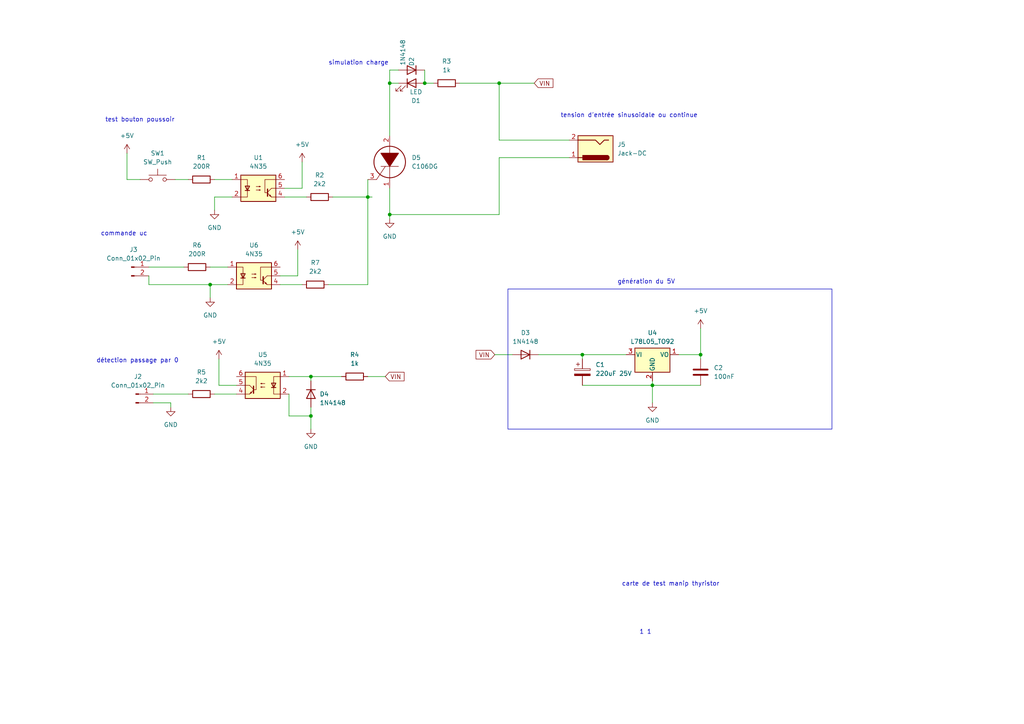
<source format=kicad_sch>
(kicad_sch (version 20230121) (generator eeschema)
  (paper "A4")
  (lib_symbols
    (symbol "C106DG:C106DG" (pin_names (offset 0.762))
      (property "Reference" "D" (at 13.97 -2.54 0))
      (property "Value" "C106DG" (at 13.97 -5.08 0))
      (symbol "C106DG_0_0"
        (pin passive line (at 15.24 0 180) (length 2.54) (name "~") (number "1"))
        (pin passive line (at 0 0 0) (length 2.54) (name "~") (number "2"))
        (pin passive line (at 12.7 -6.35 90) (length 2.54) (name "~") (number "3"))
      )
      (symbol "C106DG_0_1"
        (polyline (pts (xy 2.54 0) (xy 5.08 0)) (stroke (width 0.1524)))
        (polyline (pts (xy 8.89 -2.54) (xy 8.89 2.54)) (stroke (width 0.1524)))
        (polyline (pts (xy 8.89 -1.27) (xy 12.7 -3.81)) (stroke (width 0.1524)))
        (polyline (pts (xy 8.89 0) (xy 12.7 0)) (stroke (width 0.1524)))
        (polyline (pts (xy 8.89 0) (xy 5.08 2.54) (xy 5.08 -2.54) (xy 8.89 0)) (stroke (width 0.254)) (fill (type outline)))
        (circle (center 7.62 0) (radius 4.572) (stroke (width 0.254)))
      )
    )
    (symbol "Connector:Conn_01x02_Pin" (pin_names (offset 1.016) hide)
      (property "Reference" "J" (at 0 2.54 0))
      (property "Value" "Conn_01x02_Pin" (at 0 -5.08 0))
      (symbol "Conn_01x02_Pin_1_1"
        (polyline (pts (xy 1.27 -2.54) (xy 0.8636 -2.54)) (stroke (width 0.1524)))
        (polyline (pts (xy 1.27 0) (xy 0.8636 0)) (stroke (width 0.1524)))
        (rectangle (start 0.8636 -2.413) (end 0 -2.667) (stroke (width 0.1524)) (fill (type outline)))
        (rectangle (start 0.8636 0.127) (end 0 -0.127) (stroke (width 0.1524)) (fill (type outline)))
        (pin passive line (at 5.08 0 180) (length 3.81) (name "Pin_1") (number "1"))
        (pin passive line (at 5.08 -2.54 180) (length 3.81) (name "Pin_2") (number "2"))
      )
    )
    (symbol "Connector:Jack-DC" (pin_names (offset 1.016))
      (property "Reference" "J" (at 0 5.334 0))
      (property "Value" "Jack-DC" (at 0 -5.08 0))
      (symbol "Jack-DC_0_1"
        (rectangle (start -5.08 3.81) (end 5.08 -3.81) (stroke (width 0.254)) (fill (type background)))
        (arc (start -3.302 3.175) (mid -3.9343 2.54) (end -3.302 1.905) (stroke (width 0.254)))
        (arc (start -3.302 3.175) (mid -3.9343 2.54) (end -3.302 1.905) (stroke (width 0.254)) (fill (type outline)))
        (polyline (pts (xy 5.08 2.54) (xy 3.81 2.54)) (stroke (width 0.254)))
        (polyline (pts (xy -3.81 -2.54) (xy -2.54 -2.54) (xy -1.27 -1.27) (xy 0 -2.54) (xy 2.54 -2.54) (xy 5.08 -2.54)) (stroke (width 0.254)))
        (rectangle (start 3.683 3.175) (end -3.302 1.905) (stroke (width 0.254)) (fill (type outline)))
      )
      (symbol "Jack-DC_1_1"
        (pin passive line (at 7.62 2.54 180) (length 2.54) (name "~") (number "1"))
        (pin passive line (at 7.62 -2.54 180) (length 2.54) (name "~") (number "2"))
      )
    )
    (symbol "Device:C" (pin_numbers hide) (pin_names (offset 0.254))
      (property "Reference" "C" (at 0.635 2.54 0))
      (property "Value" "C" (at 0.635 -2.54 0))
      (symbol "C_0_1"
        (polyline (pts (xy -2.032 -0.762) (xy 2.032 -0.762)) (stroke (width 0.508)))
        (polyline (pts (xy -2.032 0.762) (xy 2.032 0.762)) (stroke (width 0.508)))
      )
      (symbol "C_1_1"
        (pin passive line (at 0 3.81 270) (length 2.794) (name "~") (number "1"))
        (pin passive line (at 0 -3.81 90) (length 2.794) (name "~") (number "2"))
      )
    )
    (symbol "Device:C_Polarized" (pin_numbers hide) (pin_names (offset 0.254))
      (property "Reference" "C" (at 0.635 2.54 0))
      (property "Value" "C_Polarized" (at 0.635 -2.54 0))
      (symbol "C_Polarized_0_1"
        (rectangle (start -2.286 0.508) (end 2.286 1.016))
        (polyline (pts (xy -1.778 2.286) (xy -0.762 2.286)))
        (polyline (pts (xy -1.27 2.794) (xy -1.27 1.778)))
        (rectangle (start 2.286 -0.508) (end -2.286 -1.016) (fill (type outline)))
      )
      (symbol "C_Polarized_1_1"
        (pin passive line (at 0 3.81 270) (length 2.794) (name "~") (number "1"))
        (pin passive line (at 0 -3.81 90) (length 2.794) (name "~") (number "2"))
      )
    )
    (symbol "Device:LED" (pin_numbers hide) (pin_names (offset 1.016) hide)
      (property "Reference" "D" (at 0 2.54 0))
      (property "Value" "LED" (at 0 -2.54 0))
      (symbol "LED_0_1"
        (polyline (pts (xy -1.27 -1.27) (xy -1.27 1.27)) (stroke (width 0.254)))
        (polyline (pts (xy -1.27 0) (xy 1.27 0)))
        (polyline (pts (xy 1.27 -1.27) (xy 1.27 1.27) (xy -1.27 0) (xy 1.27 -1.27)) (stroke (width 0.254)))
        (polyline (pts (xy -3.048 -0.762) (xy -4.572 -2.286) (xy -3.81 -2.286) (xy -4.572 -2.286) (xy -4.572 -1.524)))
        (polyline (pts (xy -1.778 -0.762) (xy -3.302 -2.286) (xy -2.54 -2.286) (xy -3.302 -2.286) (xy -3.302 -1.524)))
      )
      (symbol "LED_1_1"
        (pin passive line (at -3.81 0 0) (length 2.54) (name "K") (number "1"))
        (pin passive line (at 3.81 0 180) (length 2.54) (name "A") (number "2"))
      )
    )
    (symbol "Device:R" (pin_numbers hide) (pin_names (offset 0))
      (property "Reference" "R" (at 2.032 0 90))
      (property "Value" "R" (at 0 0 90))
      (symbol "R_0_1"
        (rectangle (start -1.016 -2.54) (end 1.016 2.54) (stroke (width 0.254)))
      )
      (symbol "R_1_1"
        (pin passive line (at 0 3.81 270) (length 1.27) (name "~") (number "1"))
        (pin passive line (at 0 -3.81 90) (length 1.27) (name "~") (number "2"))
      )
    )
    (symbol "Diode:1N4148" (pin_numbers hide) (pin_names hide)
      (property "Reference" "D" (at 0 2.54 0))
      (property "Value" "1N4148" (at 0 -2.54 0))
      (symbol "1N4148_0_1"
        (polyline (pts (xy -1.27 1.27) (xy -1.27 -1.27)) (stroke (width 0.254)))
        (polyline (pts (xy 1.27 0) (xy -1.27 0)))
        (polyline (pts (xy 1.27 1.27) (xy 1.27 -1.27) (xy -1.27 0) (xy 1.27 1.27)) (stroke (width 0.254)))
      )
      (symbol "1N4148_1_1"
        (pin passive line (at -3.81 0 0) (length 2.54) (name "K") (number "1"))
        (pin passive line (at 3.81 0 180) (length 2.54) (name "A") (number "2"))
      )
    )
    (symbol "Isolator:4N35" (pin_names (offset 1.016))
      (property "Reference" "U" (at -5.08 5.08 0))
      (property "Value" "4N35" (at 0 5.08 0))
      (symbol "4N35_0_1"
        (rectangle (start -5.08 3.81) (end 5.08 -3.81) (stroke (width 0.254)) (fill (type background)))
        (polyline (pts (xy -3.81 -0.635) (xy -2.54 -0.635)) (stroke (width 0.254)))
        (polyline (pts (xy 2.667 -1.397) (xy 3.81 -2.54)))
        (polyline (pts (xy 2.667 -1.143) (xy 3.81 0)))
        (polyline (pts (xy 3.81 -2.54) (xy 5.08 -2.54)))
        (polyline (pts (xy 3.81 0) (xy 5.08 0)))
        (polyline (pts (xy 2.667 -0.254) (xy 2.667 -2.286) (xy 2.667 -2.286)) (stroke (width 0.3556)))
        (polyline (pts (xy -5.08 -2.54) (xy -3.175 -2.54) (xy -3.175 2.54) (xy -5.08 2.54)))
        (polyline (pts (xy -3.175 -0.635) (xy -3.81 0.635) (xy -2.54 0.635) (xy -3.175 -0.635)) (stroke (width 0.254)))
        (polyline (pts (xy 3.683 -2.413) (xy 3.429 -1.905) (xy 3.175 -2.159) (xy 3.683 -2.413)))
        (polyline (pts (xy 5.08 2.54) (xy 1.905 2.54) (xy 1.905 -1.27) (xy 2.54 -1.27)))
        (polyline (pts (xy -0.635 -0.508) (xy 0.635 -0.508) (xy 0.254 -0.635) (xy 0.254 -0.381) (xy 0.635 -0.508)))
        (polyline (pts (xy -0.635 0.508) (xy 0.635 0.508) (xy 0.254 0.381) (xy 0.254 0.635) (xy 0.635 0.508)))
      )
      (symbol "4N35_1_1"
        (pin passive line (at -7.62 2.54 0) (length 2.54) (name "~") (number "1"))
        (pin passive line (at -7.62 -2.54 0) (length 2.54) (name "~") (number "2"))
        (pin no_connect line (at -5.08 0 0) (length 2.54) hide (name "NC") (number "3"))
        (pin passive line (at 7.62 -2.54 180) (length 2.54) (name "~") (number "4"))
        (pin passive line (at 7.62 0 180) (length 2.54) (name "~") (number "5"))
        (pin passive line (at 7.62 2.54 180) (length 2.54) (name "~") (number "6"))
      )
    )
    (symbol "Regulator_Linear:L78L05_TO92" (pin_names (offset 0.254))
      (property "Reference" "U" (at -3.81 3.175 0))
      (property "Value" "L78L05_TO92" (at 0 3.175 0))
      (symbol "L78L05_TO92_0_1"
        (rectangle (start -5.08 -5.08) (end 5.08 1.905) (stroke (width 0.254)) (fill (type background)))
      )
      (symbol "L78L05_TO92_1_1"
        (pin power_out line (at 7.62 0 180) (length 2.54) (name "VO") (number "1"))
        (pin power_in line (at 0 -7.62 90) (length 2.54) (name "GND") (number "2"))
        (pin power_in line (at -7.62 0 0) (length 2.54) (name "VI") (number "3"))
      )
    )
    (symbol "Switch:SW_Push" (pin_numbers hide) (pin_names (offset 1.016) hide)
      (property "Reference" "SW" (at 1.27 2.54 0))
      (property "Value" "SW_Push" (at 0 -1.524 0))
      (symbol "SW_Push_0_1"
        (circle (center -2.032 0) (radius 0.508))
        (polyline (pts (xy 0 1.27) (xy 0 3.048)))
        (polyline (pts (xy 2.54 1.27) (xy -2.54 1.27)))
        (circle (center 2.032 0) (radius 0.508))
        (pin passive line (at -5.08 0 0) (length 2.54) (name "1") (number "1"))
        (pin passive line (at 5.08 0 180) (length 2.54) (name "2") (number "2"))
      )
    )
    (symbol "power:+5V" (power) (pin_names (offset 0))
      (property "Value" "+5V" (at 0 3.556 0))
      (symbol "+5V_0_1"
        (polyline (pts (xy -0.762 1.27) (xy 0 2.54)))
        (polyline (pts (xy 0 0) (xy 0 2.54)))
        (polyline (pts (xy 0 2.54) (xy 0.762 1.27)))
      )
      (symbol "+5V_1_1"
        (pin power_in line (at 0 0 90) (length 0) hide (name "+5V") (number "1"))
      )
    )
    (symbol "power:GND" (power) (pin_names (offset 0))
      (property "Value" "GND" (at 0 -3.81 0))
      (symbol "GND_0_1"
        (polyline (pts (xy 0 0) (xy 0 -1.27) (xy 1.27 -1.27) (xy 0 -2.54) (xy -1.27 -1.27) (xy 0 -1.27)))
      )
      (symbol "GND_1_1"
        (pin power_in line (at 0 0 270) (length 0) hide (name "GND") (number "1"))
      )
    )
  )
  (junction (at 189.23 111.76))
  (junction (at 123.19 24.13))
  (junction (at 113.03 62.23))
  (junction (at 113.03 24.13))
  (junction (at 168.91 102.87))
  (junction (at 90.17 120.65))
  (junction (at 90.17 109.22))
  (junction (at 60.96 82.55))
  (junction (at 203.2 102.87))
  (junction (at 144.78 24.13))
  (junction (at 106.68 57.15))
  (wire (pts (xy 106.68 57.15) (xy 107.95 57.15)))
  (wire (pts (xy 82.55 57.15) (xy 88.9 57.15)))
  (wire (pts (xy 115.57 20.32) (xy 113.03 20.32)))
  (wire (pts (xy 68.58 114.3) (xy 62.23 114.3)))
  (wire (pts (xy 123.19 20.32) (xy 123.19 24.13)))
  (wire (pts (xy 96.52 57.15) (xy 106.68 57.15)))
  (wire (pts (xy 106.68 109.22) (xy 111.76 109.22)))
  (wire (pts (xy 50.8 52.07) (xy 54.61 52.07)))
  (wire (pts (xy 165.1 45.72) (xy 144.78 45.72)))
  (wire (pts (xy 36.83 44.45) (xy 36.83 52.07)))
  (wire (pts (xy 189.23 111.76) (xy 203.2 111.76)))
  (wire (pts (xy 189.23 111.76) (xy 189.23 116.84)))
  (wire (pts (xy 106.68 57.15) (xy 106.68 82.55)))
  (wire (pts (xy 144.78 24.13) (xy 154.94 24.13)))
  (wire (pts (xy 113.03 24.13) (xy 113.03 39.37)))
  (wire (pts (xy 62.23 57.15) (xy 62.23 60.96)))
  (wire (pts (xy 165.1 40.64) (xy 144.78 40.64)))
  (wire (pts (xy 44.45 116.84) (xy 49.53 116.84)))
  (wire (pts (xy 81.28 80.01) (xy 86.36 80.01)))
  (wire (pts (xy 168.91 102.87) (xy 181.61 102.87)))
  (wire (pts (xy 156.21 102.87) (xy 168.91 102.87)))
  (wire (pts (xy 43.18 82.55) (xy 60.96 82.55)))
  (wire (pts (xy 144.78 45.72) (xy 144.78 62.23)))
  (wire (pts (xy 68.58 111.76) (xy 63.5 111.76)))
  (wire (pts (xy 113.03 24.13) (xy 115.57 24.13)))
  (wire (pts (xy 168.91 102.87) (xy 168.91 104.14)))
  (wire (pts (xy 82.55 54.61) (xy 87.63 54.61)))
  (wire (pts (xy 83.82 120.65) (xy 83.82 114.3)))
  (wire (pts (xy 203.2 95.25) (xy 203.2 102.87)))
  (wire (pts (xy 113.03 20.32) (xy 113.03 24.13)))
  (wire (pts (xy 90.17 109.22) (xy 83.82 109.22)))
  (wire (pts (xy 144.78 62.23) (xy 113.03 62.23)))
  (wire (pts (xy 90.17 118.11) (xy 90.17 120.65)))
  (wire (pts (xy 81.28 82.55) (xy 87.63 82.55)))
  (wire (pts (xy 90.17 120.65) (xy 90.17 124.46)))
  (wire (pts (xy 49.53 116.84) (xy 49.53 118.11)))
  (wire (pts (xy 66.04 82.55) (xy 60.96 82.55)))
  (wire (pts (xy 36.83 52.07) (xy 40.64 52.07)))
  (wire (pts (xy 60.96 82.55) (xy 60.96 86.36)))
  (wire (pts (xy 44.45 114.3) (xy 54.61 114.3)))
  (wire (pts (xy 106.68 52.07) (xy 106.68 57.15)))
  (wire (pts (xy 63.5 104.14) (xy 63.5 111.76)))
  (wire (pts (xy 60.96 77.47) (xy 66.04 77.47)))
  (wire (pts (xy 168.91 111.76) (xy 189.23 111.76)))
  (wire (pts (xy 90.17 109.22) (xy 90.17 110.49)))
  (wire (pts (xy 99.06 109.22) (xy 90.17 109.22)))
  (wire (pts (xy 113.03 54.61) (xy 113.03 62.23)))
  (wire (pts (xy 144.78 40.64) (xy 144.78 24.13)))
  (wire (pts (xy 95.25 82.55) (xy 106.68 82.55)))
  (wire (pts (xy 123.19 24.13) (xy 125.73 24.13)))
  (wire (pts (xy 86.36 72.39) (xy 86.36 80.01)))
  (wire (pts (xy 113.03 62.23) (xy 113.03 63.5)))
  (wire (pts (xy 43.18 77.47) (xy 53.34 77.47)))
  (wire (pts (xy 133.35 24.13) (xy 144.78 24.13)))
  (wire (pts (xy 196.85 102.87) (xy 203.2 102.87)))
  (wire (pts (xy 203.2 102.87) (xy 203.2 104.14)))
  (wire (pts (xy 62.23 52.07) (xy 67.31 52.07)))
  (wire (pts (xy 143.51 102.87) (xy 148.59 102.87)))
  (wire (pts (xy 83.82 120.65) (xy 90.17 120.65)))
  (wire (pts (xy 67.31 57.15) (xy 62.23 57.15)))
  (wire (pts (xy 87.63 46.99) (xy 87.63 54.61)))
  (wire (pts (xy 43.18 80.01) (xy 43.18 82.55)))
  (wire (pts (xy 189.23 110.49) (xy 189.23 111.76)))
  (rectangle (start 147.32 83.82) (end 241.3 124.46))
  (text "tension d'entrée sinusoidale ou continue" (at 162.56 34.29 0) (effects (font (size 1.27 1.27)) (justify left bottom)))
  (text "commande uc\n" (at 29.21 68.58 0) (effects (font (size 1.27 1.27)) (justify left bottom)))
  (text "détection passage par 0\n" (at 27.94 105.41 0) (effects (font (size 1.27 1.27)) (justify left bottom)))
  (text "carte de test manip thyristor" (at 180.34 170.18 0) (effects (font (size 1.27 1.27)) (justify left bottom)))
  (text "simulation charge" (at 95.25 19.05 0) (effects (font (size 1.27 1.27)) (justify left bottom)))
  (text "génération du 5V" (at 179.07 82.55 0) (effects (font (size 1.27 1.27)) (justify left bottom)))
  (text "1 1" (at 185.42 184.15 0) (effects (font (size 1.27 1.27)) (justify left bottom)))
  (text "test bouton poussoir" (at 30.48 35.56 0) (effects (font (size 1.27 1.27)) (justify left bottom)))
  (global_label "VIN" (shape input) (at 111.76 109.22 0) (property "Intersheetrefs" "${INTERSHEET_REFS}" (effects hide)))
  (global_label "VIN" (shape input) (at 143.51 102.87 180) (property "Intersheetrefs" "${INTERSHEET_REFS}" (effects hide)))
  (global_label "VIN" (shape input) (at 154.94 24.13 0) (property "Intersheetrefs" "${INTERSHEET_REFS}" (effects hide)))
  (symbol (lib_id "power:GND") (at 90.17 124.46 0) (mirror y) (unit 1)
    (property "Reference" "#PWR08" (effects hide))
    (property "Value" "GND" (at 90.17 129.54 0))
  )
  (symbol (lib_id "Device:R") (at 91.44 82.55 270) (unit 1)
    (property "Reference" "R7" (at 91.44 76.2 90))
    (property "Value" "2k2" (at 91.44 78.74 90))
    (property "Footprint" "Resistor_THT:R_Axial_DIN0207_L6.3mm_D2.5mm_P10.16mm_Horizontal" (effects hide))
  )
  (symbol (lib_id "Connector:Jack-DC") (at 172.72 43.18 180) (unit 1)
    (property "Reference" "J5" (at 179.07 41.91 0) (effects (justify right)))
    (property "Value" "Jack-DC" (at 179.07 44.45 0) (effects (justify right)))
    (property "Footprint" "SamacSys_Parts:BarrelJack_GCT_DCJ200-10-A_Horizontal_3D" (effects hide))
  )
  (symbol (lib_id "power:+5V") (at 203.2 95.25 0) (unit 1)
    (property "Reference" "#PWR07" (effects hide))
    (property "Value" "+5V" (at 203.2 90.17 0))
  )
  (symbol (lib_id "power:+5V") (at 63.5 104.14 0) (mirror y) (unit 1)
    (property "Reference" "#PWR09" (effects hide))
    (property "Value" "+5V" (at 63.5 99.06 0))
  )
  (symbol (lib_id "Isolator:4N35") (at 76.2 111.76 0) (mirror y) (unit 1)
    (property "Reference" "U5" (at 76.2 102.87 0))
    (property "Value" "4N35" (at 76.2 105.41 0))
    (property "Footprint" "Package_DIP:DIP-6_W7.62mm" (effects hide))
    (property "Datasheet" "https://www.vishay.com/docs/81181/4n35.pdf" (effects hide))
  )
  (symbol (lib_id "Regulator_Linear:L78L05_TO92") (at 189.23 102.87 0) (unit 1)
    (property "Reference" "U4" (at 189.23 96.52 0))
    (property "Value" "L78L05_TO92" (at 189.23 99.06 0))
    (property "Footprint" "Package_TO_SOT_THT:TO-92_Inline" (effects hide))
    (property "Datasheet" "http://www.st.com/content/ccc/resource/technical/document/datasheet/15/55/e5/aa/23/5b/43/fd/CD00000446.pdf/files/CD00000446.pdf/jcr:content/translations/en.CD00000446.pdf" (effects hide))
  )
  (symbol (lib_id "Diode:1N4148") (at 119.38 20.32 180) (unit 1)
    (property "Reference" "D2" (at 119.38 16.51 90) (effects (justify left)))
    (property "Value" "1N4148" (at 116.84 11.43 90) (effects (justify left)))
    (property "Footprint" "Diode_THT:D_DO-35_SOD27_P7.62mm_Horizontal" (effects hide))
    (property "Datasheet" "https://assets.nexperia.com/documents/data-sheet/1N4148_1N4448.pdf" (effects hide))
    (property "Sim.Device" "D" (effects hide))
    (property "Sim.Pins" "1=K 2=A" (effects hide))
  )
  (symbol (lib_id "Diode:1N4148") (at 152.4 102.87 180) (unit 1)
    (property "Reference" "D3" (at 152.4 96.52 0))
    (property "Value" "1N4148" (at 152.4 99.06 0))
    (property "Footprint" "Diode_THT:D_DO-35_SOD27_P7.62mm_Horizontal" (effects hide))
    (property "Datasheet" "https://assets.nexperia.com/documents/data-sheet/1N4148_1N4448.pdf" (effects hide))
    (property "Sim.Device" "D" (effects hide))
    (property "Sim.Pins" "1=K 2=A" (effects hide))
  )
  (symbol (lib_id "Device:R") (at 57.15 77.47 90) (unit 1)
    (property "Reference" "R6" (at 57.15 71.12 90))
    (property "Value" "200R" (at 57.15 73.66 90))
    (property "Footprint" "Resistor_THT:R_Axial_DIN0207_L6.3mm_D2.5mm_P10.16mm_Horizontal" (effects hide))
  )
  (symbol (lib_id "Device:R") (at 92.71 57.15 270) (unit 1)
    (property "Reference" "R2" (at 92.71 50.8 90))
    (property "Value" "2k2" (at 92.71 53.34 90))
    (property "Footprint" "Resistor_THT:R_Axial_DIN0207_L6.3mm_D2.5mm_P10.16mm_Horizontal" (effects hide))
  )
  (symbol (lib_id "power:GND") (at 113.03 63.5 0) (unit 1)
    (property "Reference" "#PWR04" (effects hide))
    (property "Value" "GND" (at 113.03 68.58 0))
  )
  (symbol (lib_id "Switch:SW_Push") (at 45.72 52.07 0) (unit 1)
    (property "Reference" "SW1" (at 45.72 44.45 0))
    (property "Value" "SW_Push" (at 45.72 46.99 0))
    (property "Footprint" "Button_Switch_THT:SW_PUSH_6mm" (effects hide))
  )
  (symbol (lib_id "Device:LED") (at 119.38 24.13 0) (unit 1)
    (property "Reference" "D1" (at 120.65 29.21 0))
    (property "Value" "LED" (at 120.65 26.67 0))
    (property "Footprint" "LED_THT:LED_D3.0mm" (effects hide))
  )
  (symbol (lib_id "Isolator:4N35") (at 73.66 80.01 0) (unit 1)
    (property "Reference" "U6" (at 73.66 71.12 0))
    (property "Value" "4N35" (at 73.66 73.66 0))
    (property "Footprint" "Package_DIP:DIP-6_W7.62mm" (effects hide))
    (property "Datasheet" "https://www.vishay.com/docs/81181/4n35.pdf" (effects hide))
  )
  (symbol (lib_id "Diode:1N4148") (at 90.17 114.3 270) (unit 1)
    (property "Reference" "D4" (at 92.71 114.3 90) (effects (justify left)))
    (property "Value" "1N4148" (at 92.71 116.84 90) (effects (justify left)))
    (property "Footprint" "Diode_THT:D_DO-35_SOD27_P7.62mm_Horizontal" (effects hide))
    (property "Datasheet" "https://assets.nexperia.com/documents/data-sheet/1N4148_1N4448.pdf" (effects hide))
    (property "Sim.Device" "D" (effects hide))
    (property "Sim.Pins" "1=K 2=A" (effects hide))
  )
  (symbol (lib_id "Connector:Conn_01x02_Pin") (at 39.37 114.3 0) (unit 1)
    (property "Reference" "J2" (at 40.005 109.22 0))
    (property "Value" "Conn_01x02_Pin" (at 40.005 111.76 0))
    (property "Footprint" "Connector_PinHeader_2.54mm:PinHeader_1x02_P2.54mm_Vertical" (effects hide))
  )
  (symbol (lib_id "power:+5V") (at 87.63 46.99 0) (unit 1)
    (property "Reference" "#PWR03" (effects hide))
    (property "Value" "+5V" (at 87.63 41.91 0))
  )
  (symbol (lib_id "Device:C_Polarized") (at 168.91 107.95 0) (unit 1)
    (property "Reference" "C1" (at 172.72 105.791 0) (effects (justify left)))
    (property "Value" "220uF 25V" (at 172.72 108.331 0) (effects (justify left)))
    (property "Footprint" "Capacitor_THT:C_Radial_D6.3mm_H5.0mm_P2.50mm" (effects hide))
  )
  (symbol (lib_id "power:GND") (at 62.23 60.96 0) (unit 1)
    (property "Reference" "#PWR02" (effects hide))
    (property "Value" "GND" (at 62.23 66.04 0))
  )
  (symbol (lib_id "power:GND") (at 189.23 116.84 0) (unit 1)
    (property "Reference" "#PWR05" (effects hide))
    (property "Value" "GND" (at 189.23 121.92 0))
  )
  (symbol (lib_id "Device:R") (at 58.42 114.3 90) (mirror x) (unit 1)
    (property "Reference" "R5" (at 58.42 107.95 90))
    (property "Value" "2k2" (at 58.42 110.49 90))
    (property "Footprint" "Resistor_THT:R_Axial_DIN0207_L6.3mm_D2.5mm_P10.16mm_Horizontal" (effects hide))
  )
  (symbol (lib_id "Device:R") (at 58.42 52.07 90) (unit 1)
    (property "Reference" "R1" (at 58.42 45.72 90))
    (property "Value" "200R" (at 58.42 48.26 90))
    (property "Footprint" "Resistor_THT:R_Axial_DIN0207_L6.3mm_D2.5mm_P10.16mm_Horizontal" (effects hide))
  )
  (symbol (lib_id "Device:C") (at 203.2 107.95 0) (unit 1)
    (property "Reference" "C2" (at 207.01 106.68 0) (effects (justify left)))
    (property "Value" "100nF" (at 207.01 109.22 0) (effects (justify left)))
    (property "Footprint" "Capacitor_THT:C_Rect_L4.6mm_W3.0mm_P2.50mm_MKS02_FKP02" (effects hide))
  )
  (symbol (lib_id "Isolator:4N35") (at 74.93 54.61 0) (unit 1)
    (property "Reference" "U1" (at 74.93 45.72 0))
    (property "Value" "4N35" (at 74.93 48.26 0))
    (property "Footprint" "Package_DIP:DIP-6_W7.62mm" (effects hide))
    (property "Datasheet" "https://www.vishay.com/docs/81181/4n35.pdf" (effects hide))
  )
  (symbol (lib_id "Device:R") (at 102.87 109.22 270) (mirror x) (unit 1)
    (property "Reference" "R4" (at 102.87 102.87 90))
    (property "Value" "1k" (at 102.87 105.41 90))
    (property "Footprint" "Resistor_THT:R_Axial_DIN0207_L6.3mm_D2.5mm_P10.16mm_Horizontal" (effects hide))
  )
  (symbol (lib_id "Device:R") (at 129.54 24.13 90) (unit 1)
    (property "Reference" "R3" (at 129.54 17.78 90))
    (property "Value" "1k" (at 129.54 20.32 90))
    (property "Footprint" "Resistor_THT:R_Axial_DIN0207_L6.3mm_D2.5mm_P10.16mm_Horizontal" (effects hide))
  )
  (symbol (lib_id "C106DG:C106DG") (at 113.03 39.37 270) (unit 1)
    (property "Reference" "D5" (at 119.38 45.72 90) (effects (justify left)))
    (property "Value" "C106DG" (at 119.38 48.26 90) (effects (justify left)))
    (property "Footprint" "SamacSys_Parts:C106DG" (effects hide))
    (property "Datasheet" "http://www.littelfuse.com/~/media/electronics/datasheets/switching_thyristors/littelfuse_thyristor_c106_d_datasheet.pdf.pdf" (effects hide))
    (property "Description" "Thyristor SCR 400V 20A TO225" (effects hide))
    (property "Height" "2.66" (effects hide))
    (property "Manufacturer_Name" "LITTELFUSE" (effects hide))
    (property "Manufacturer_Part_Number" "C106DG" (effects hide))
    (property "Mouser Part Number" "863-C106DG" (effects hide))
    (property "Mouser Price/Stock" "https://www.mouser.co.uk/ProductDetail/Littelfuse/C106DG?qs=sK5eIuwOod6omnSXrIfJGQ%3D%3D" (effects hide))
    (property "Arrow Part Number" "C106DG" (effects hide))
    (property "Arrow Price/Stock" "https://www.arrow.com/en/products/c106dg/littelfuse?region=europe" (effects hide))
  )
  (symbol (lib_id "Connector:Conn_01x02_Pin") (at 38.1 77.47 0) (unit 1)
    (property "Reference" "J3" (at 38.735 72.39 0))
    (property "Value" "Conn_01x02_Pin" (at 38.735 74.93 0))
    (property "Footprint" "Connector_PinHeader_2.54mm:PinHeader_1x02_P2.54mm_Vertical" (effects hide))
  )
  (symbol (lib_id "power:GND") (at 60.96 86.36 0) (unit 1)
    (property "Reference" "#PWR010" (effects hide))
    (property "Value" "GND" (at 60.96 91.44 0))
  )
  (symbol (lib_id "power:+5V") (at 36.83 44.45 0) (unit 1)
    (property "Reference" "#PWR01" (effects hide))
    (property "Value" "+5V" (at 36.83 39.37 0))
  )
  (symbol (lib_id "power:GND") (at 49.53 118.11 0) (mirror y) (unit 1)
    (property "Reference" "#PWR012" (effects hide))
    (property "Value" "GND" (at 49.53 123.19 0))
  )
  (symbol (lib_id "power:+5V") (at 86.36 72.39 0) (unit 1)
    (property "Reference" "#PWR011" (effects hide))
    (property "Value" "+5V" (at 86.36 67.31 0))
  )
)
</source>
